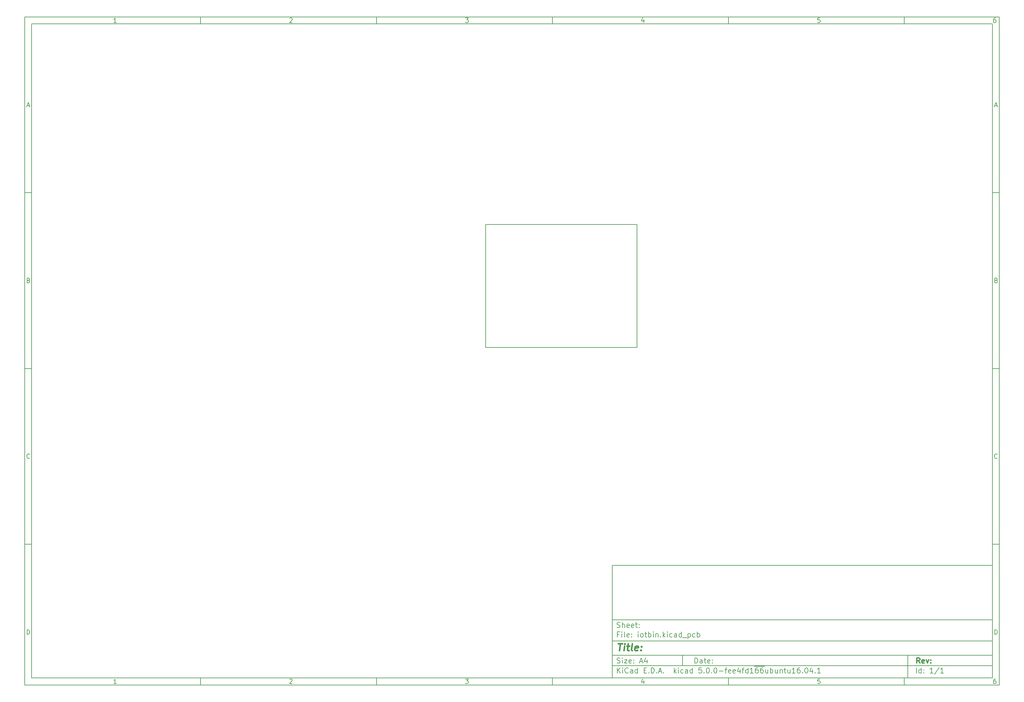
<source format=gbr>
G04 #@! TF.GenerationSoftware,KiCad,Pcbnew,5.0.0-fee4fd1~66~ubuntu16.04.1*
G04 #@! TF.CreationDate,2018-09-18T00:27:07+02:00*
G04 #@! TF.ProjectId,iotbin,696F7462696E2E6B696361645F706362,rev?*
G04 #@! TF.SameCoordinates,Original*
G04 #@! TF.FileFunction,Profile,NP*
%FSLAX46Y46*%
G04 Gerber Fmt 4.6, Leading zero omitted, Abs format (unit mm)*
G04 Created by KiCad (PCBNEW 5.0.0-fee4fd1~66~ubuntu16.04.1) date Tue Sep 18 00:27:07 2018*
%MOMM*%
%LPD*%
G01*
G04 APERTURE LIST*
%ADD10C,0.100000*%
%ADD11C,0.150000*%
%ADD12C,0.300000*%
%ADD13C,0.400000*%
G04 APERTURE END LIST*
D10*
D11*
X177002200Y-166007200D02*
X177002200Y-198007200D01*
X285002200Y-198007200D01*
X285002200Y-166007200D01*
X177002200Y-166007200D01*
D10*
D11*
X10000000Y-10000000D02*
X10000000Y-200007200D01*
X287002200Y-200007200D01*
X287002200Y-10000000D01*
X10000000Y-10000000D01*
D10*
D11*
X12000000Y-12000000D02*
X12000000Y-198007200D01*
X285002200Y-198007200D01*
X285002200Y-12000000D01*
X12000000Y-12000000D01*
D10*
D11*
X60000000Y-12000000D02*
X60000000Y-10000000D01*
D10*
D11*
X110000000Y-12000000D02*
X110000000Y-10000000D01*
D10*
D11*
X160000000Y-12000000D02*
X160000000Y-10000000D01*
D10*
D11*
X210000000Y-12000000D02*
X210000000Y-10000000D01*
D10*
D11*
X260000000Y-12000000D02*
X260000000Y-10000000D01*
D10*
D11*
X36065476Y-11588095D02*
X35322619Y-11588095D01*
X35694047Y-11588095D02*
X35694047Y-10288095D01*
X35570238Y-10473809D01*
X35446428Y-10597619D01*
X35322619Y-10659523D01*
D10*
D11*
X85322619Y-10411904D02*
X85384523Y-10350000D01*
X85508333Y-10288095D01*
X85817857Y-10288095D01*
X85941666Y-10350000D01*
X86003571Y-10411904D01*
X86065476Y-10535714D01*
X86065476Y-10659523D01*
X86003571Y-10845238D01*
X85260714Y-11588095D01*
X86065476Y-11588095D01*
D10*
D11*
X135260714Y-10288095D02*
X136065476Y-10288095D01*
X135632142Y-10783333D01*
X135817857Y-10783333D01*
X135941666Y-10845238D01*
X136003571Y-10907142D01*
X136065476Y-11030952D01*
X136065476Y-11340476D01*
X136003571Y-11464285D01*
X135941666Y-11526190D01*
X135817857Y-11588095D01*
X135446428Y-11588095D01*
X135322619Y-11526190D01*
X135260714Y-11464285D01*
D10*
D11*
X185941666Y-10721428D02*
X185941666Y-11588095D01*
X185632142Y-10226190D02*
X185322619Y-11154761D01*
X186127380Y-11154761D01*
D10*
D11*
X236003571Y-10288095D02*
X235384523Y-10288095D01*
X235322619Y-10907142D01*
X235384523Y-10845238D01*
X235508333Y-10783333D01*
X235817857Y-10783333D01*
X235941666Y-10845238D01*
X236003571Y-10907142D01*
X236065476Y-11030952D01*
X236065476Y-11340476D01*
X236003571Y-11464285D01*
X235941666Y-11526190D01*
X235817857Y-11588095D01*
X235508333Y-11588095D01*
X235384523Y-11526190D01*
X235322619Y-11464285D01*
D10*
D11*
X285941666Y-10288095D02*
X285694047Y-10288095D01*
X285570238Y-10350000D01*
X285508333Y-10411904D01*
X285384523Y-10597619D01*
X285322619Y-10845238D01*
X285322619Y-11340476D01*
X285384523Y-11464285D01*
X285446428Y-11526190D01*
X285570238Y-11588095D01*
X285817857Y-11588095D01*
X285941666Y-11526190D01*
X286003571Y-11464285D01*
X286065476Y-11340476D01*
X286065476Y-11030952D01*
X286003571Y-10907142D01*
X285941666Y-10845238D01*
X285817857Y-10783333D01*
X285570238Y-10783333D01*
X285446428Y-10845238D01*
X285384523Y-10907142D01*
X285322619Y-11030952D01*
D10*
D11*
X60000000Y-198007200D02*
X60000000Y-200007200D01*
D10*
D11*
X110000000Y-198007200D02*
X110000000Y-200007200D01*
D10*
D11*
X160000000Y-198007200D02*
X160000000Y-200007200D01*
D10*
D11*
X210000000Y-198007200D02*
X210000000Y-200007200D01*
D10*
D11*
X260000000Y-198007200D02*
X260000000Y-200007200D01*
D10*
D11*
X36065476Y-199595295D02*
X35322619Y-199595295D01*
X35694047Y-199595295D02*
X35694047Y-198295295D01*
X35570238Y-198481009D01*
X35446428Y-198604819D01*
X35322619Y-198666723D01*
D10*
D11*
X85322619Y-198419104D02*
X85384523Y-198357200D01*
X85508333Y-198295295D01*
X85817857Y-198295295D01*
X85941666Y-198357200D01*
X86003571Y-198419104D01*
X86065476Y-198542914D01*
X86065476Y-198666723D01*
X86003571Y-198852438D01*
X85260714Y-199595295D01*
X86065476Y-199595295D01*
D10*
D11*
X135260714Y-198295295D02*
X136065476Y-198295295D01*
X135632142Y-198790533D01*
X135817857Y-198790533D01*
X135941666Y-198852438D01*
X136003571Y-198914342D01*
X136065476Y-199038152D01*
X136065476Y-199347676D01*
X136003571Y-199471485D01*
X135941666Y-199533390D01*
X135817857Y-199595295D01*
X135446428Y-199595295D01*
X135322619Y-199533390D01*
X135260714Y-199471485D01*
D10*
D11*
X185941666Y-198728628D02*
X185941666Y-199595295D01*
X185632142Y-198233390D02*
X185322619Y-199161961D01*
X186127380Y-199161961D01*
D10*
D11*
X236003571Y-198295295D02*
X235384523Y-198295295D01*
X235322619Y-198914342D01*
X235384523Y-198852438D01*
X235508333Y-198790533D01*
X235817857Y-198790533D01*
X235941666Y-198852438D01*
X236003571Y-198914342D01*
X236065476Y-199038152D01*
X236065476Y-199347676D01*
X236003571Y-199471485D01*
X235941666Y-199533390D01*
X235817857Y-199595295D01*
X235508333Y-199595295D01*
X235384523Y-199533390D01*
X235322619Y-199471485D01*
D10*
D11*
X285941666Y-198295295D02*
X285694047Y-198295295D01*
X285570238Y-198357200D01*
X285508333Y-198419104D01*
X285384523Y-198604819D01*
X285322619Y-198852438D01*
X285322619Y-199347676D01*
X285384523Y-199471485D01*
X285446428Y-199533390D01*
X285570238Y-199595295D01*
X285817857Y-199595295D01*
X285941666Y-199533390D01*
X286003571Y-199471485D01*
X286065476Y-199347676D01*
X286065476Y-199038152D01*
X286003571Y-198914342D01*
X285941666Y-198852438D01*
X285817857Y-198790533D01*
X285570238Y-198790533D01*
X285446428Y-198852438D01*
X285384523Y-198914342D01*
X285322619Y-199038152D01*
D10*
D11*
X10000000Y-60000000D02*
X12000000Y-60000000D01*
D10*
D11*
X10000000Y-110000000D02*
X12000000Y-110000000D01*
D10*
D11*
X10000000Y-160000000D02*
X12000000Y-160000000D01*
D10*
D11*
X10690476Y-35216666D02*
X11309523Y-35216666D01*
X10566666Y-35588095D02*
X11000000Y-34288095D01*
X11433333Y-35588095D01*
D10*
D11*
X11092857Y-84907142D02*
X11278571Y-84969047D01*
X11340476Y-85030952D01*
X11402380Y-85154761D01*
X11402380Y-85340476D01*
X11340476Y-85464285D01*
X11278571Y-85526190D01*
X11154761Y-85588095D01*
X10659523Y-85588095D01*
X10659523Y-84288095D01*
X11092857Y-84288095D01*
X11216666Y-84350000D01*
X11278571Y-84411904D01*
X11340476Y-84535714D01*
X11340476Y-84659523D01*
X11278571Y-84783333D01*
X11216666Y-84845238D01*
X11092857Y-84907142D01*
X10659523Y-84907142D01*
D10*
D11*
X11402380Y-135464285D02*
X11340476Y-135526190D01*
X11154761Y-135588095D01*
X11030952Y-135588095D01*
X10845238Y-135526190D01*
X10721428Y-135402380D01*
X10659523Y-135278571D01*
X10597619Y-135030952D01*
X10597619Y-134845238D01*
X10659523Y-134597619D01*
X10721428Y-134473809D01*
X10845238Y-134350000D01*
X11030952Y-134288095D01*
X11154761Y-134288095D01*
X11340476Y-134350000D01*
X11402380Y-134411904D01*
D10*
D11*
X10659523Y-185588095D02*
X10659523Y-184288095D01*
X10969047Y-184288095D01*
X11154761Y-184350000D01*
X11278571Y-184473809D01*
X11340476Y-184597619D01*
X11402380Y-184845238D01*
X11402380Y-185030952D01*
X11340476Y-185278571D01*
X11278571Y-185402380D01*
X11154761Y-185526190D01*
X10969047Y-185588095D01*
X10659523Y-185588095D01*
D10*
D11*
X287002200Y-60000000D02*
X285002200Y-60000000D01*
D10*
D11*
X287002200Y-110000000D02*
X285002200Y-110000000D01*
D10*
D11*
X287002200Y-160000000D02*
X285002200Y-160000000D01*
D10*
D11*
X285692676Y-35216666D02*
X286311723Y-35216666D01*
X285568866Y-35588095D02*
X286002200Y-34288095D01*
X286435533Y-35588095D01*
D10*
D11*
X286095057Y-84907142D02*
X286280771Y-84969047D01*
X286342676Y-85030952D01*
X286404580Y-85154761D01*
X286404580Y-85340476D01*
X286342676Y-85464285D01*
X286280771Y-85526190D01*
X286156961Y-85588095D01*
X285661723Y-85588095D01*
X285661723Y-84288095D01*
X286095057Y-84288095D01*
X286218866Y-84350000D01*
X286280771Y-84411904D01*
X286342676Y-84535714D01*
X286342676Y-84659523D01*
X286280771Y-84783333D01*
X286218866Y-84845238D01*
X286095057Y-84907142D01*
X285661723Y-84907142D01*
D10*
D11*
X286404580Y-135464285D02*
X286342676Y-135526190D01*
X286156961Y-135588095D01*
X286033152Y-135588095D01*
X285847438Y-135526190D01*
X285723628Y-135402380D01*
X285661723Y-135278571D01*
X285599819Y-135030952D01*
X285599819Y-134845238D01*
X285661723Y-134597619D01*
X285723628Y-134473809D01*
X285847438Y-134350000D01*
X286033152Y-134288095D01*
X286156961Y-134288095D01*
X286342676Y-134350000D01*
X286404580Y-134411904D01*
D10*
D11*
X285661723Y-185588095D02*
X285661723Y-184288095D01*
X285971247Y-184288095D01*
X286156961Y-184350000D01*
X286280771Y-184473809D01*
X286342676Y-184597619D01*
X286404580Y-184845238D01*
X286404580Y-185030952D01*
X286342676Y-185278571D01*
X286280771Y-185402380D01*
X286156961Y-185526190D01*
X285971247Y-185588095D01*
X285661723Y-185588095D01*
D10*
D11*
X200434342Y-193785771D02*
X200434342Y-192285771D01*
X200791485Y-192285771D01*
X201005771Y-192357200D01*
X201148628Y-192500057D01*
X201220057Y-192642914D01*
X201291485Y-192928628D01*
X201291485Y-193142914D01*
X201220057Y-193428628D01*
X201148628Y-193571485D01*
X201005771Y-193714342D01*
X200791485Y-193785771D01*
X200434342Y-193785771D01*
X202577200Y-193785771D02*
X202577200Y-193000057D01*
X202505771Y-192857200D01*
X202362914Y-192785771D01*
X202077200Y-192785771D01*
X201934342Y-192857200D01*
X202577200Y-193714342D02*
X202434342Y-193785771D01*
X202077200Y-193785771D01*
X201934342Y-193714342D01*
X201862914Y-193571485D01*
X201862914Y-193428628D01*
X201934342Y-193285771D01*
X202077200Y-193214342D01*
X202434342Y-193214342D01*
X202577200Y-193142914D01*
X203077200Y-192785771D02*
X203648628Y-192785771D01*
X203291485Y-192285771D02*
X203291485Y-193571485D01*
X203362914Y-193714342D01*
X203505771Y-193785771D01*
X203648628Y-193785771D01*
X204720057Y-193714342D02*
X204577200Y-193785771D01*
X204291485Y-193785771D01*
X204148628Y-193714342D01*
X204077200Y-193571485D01*
X204077200Y-193000057D01*
X204148628Y-192857200D01*
X204291485Y-192785771D01*
X204577200Y-192785771D01*
X204720057Y-192857200D01*
X204791485Y-193000057D01*
X204791485Y-193142914D01*
X204077200Y-193285771D01*
X205434342Y-193642914D02*
X205505771Y-193714342D01*
X205434342Y-193785771D01*
X205362914Y-193714342D01*
X205434342Y-193642914D01*
X205434342Y-193785771D01*
X205434342Y-192857200D02*
X205505771Y-192928628D01*
X205434342Y-193000057D01*
X205362914Y-192928628D01*
X205434342Y-192857200D01*
X205434342Y-193000057D01*
D10*
D11*
X177002200Y-194507200D02*
X285002200Y-194507200D01*
D10*
D11*
X178434342Y-196585771D02*
X178434342Y-195085771D01*
X179291485Y-196585771D02*
X178648628Y-195728628D01*
X179291485Y-195085771D02*
X178434342Y-195942914D01*
X179934342Y-196585771D02*
X179934342Y-195585771D01*
X179934342Y-195085771D02*
X179862914Y-195157200D01*
X179934342Y-195228628D01*
X180005771Y-195157200D01*
X179934342Y-195085771D01*
X179934342Y-195228628D01*
X181505771Y-196442914D02*
X181434342Y-196514342D01*
X181220057Y-196585771D01*
X181077200Y-196585771D01*
X180862914Y-196514342D01*
X180720057Y-196371485D01*
X180648628Y-196228628D01*
X180577200Y-195942914D01*
X180577200Y-195728628D01*
X180648628Y-195442914D01*
X180720057Y-195300057D01*
X180862914Y-195157200D01*
X181077200Y-195085771D01*
X181220057Y-195085771D01*
X181434342Y-195157200D01*
X181505771Y-195228628D01*
X182791485Y-196585771D02*
X182791485Y-195800057D01*
X182720057Y-195657200D01*
X182577200Y-195585771D01*
X182291485Y-195585771D01*
X182148628Y-195657200D01*
X182791485Y-196514342D02*
X182648628Y-196585771D01*
X182291485Y-196585771D01*
X182148628Y-196514342D01*
X182077200Y-196371485D01*
X182077200Y-196228628D01*
X182148628Y-196085771D01*
X182291485Y-196014342D01*
X182648628Y-196014342D01*
X182791485Y-195942914D01*
X184148628Y-196585771D02*
X184148628Y-195085771D01*
X184148628Y-196514342D02*
X184005771Y-196585771D01*
X183720057Y-196585771D01*
X183577200Y-196514342D01*
X183505771Y-196442914D01*
X183434342Y-196300057D01*
X183434342Y-195871485D01*
X183505771Y-195728628D01*
X183577200Y-195657200D01*
X183720057Y-195585771D01*
X184005771Y-195585771D01*
X184148628Y-195657200D01*
X186005771Y-195800057D02*
X186505771Y-195800057D01*
X186720057Y-196585771D02*
X186005771Y-196585771D01*
X186005771Y-195085771D01*
X186720057Y-195085771D01*
X187362914Y-196442914D02*
X187434342Y-196514342D01*
X187362914Y-196585771D01*
X187291485Y-196514342D01*
X187362914Y-196442914D01*
X187362914Y-196585771D01*
X188077200Y-196585771D02*
X188077200Y-195085771D01*
X188434342Y-195085771D01*
X188648628Y-195157200D01*
X188791485Y-195300057D01*
X188862914Y-195442914D01*
X188934342Y-195728628D01*
X188934342Y-195942914D01*
X188862914Y-196228628D01*
X188791485Y-196371485D01*
X188648628Y-196514342D01*
X188434342Y-196585771D01*
X188077200Y-196585771D01*
X189577200Y-196442914D02*
X189648628Y-196514342D01*
X189577200Y-196585771D01*
X189505771Y-196514342D01*
X189577200Y-196442914D01*
X189577200Y-196585771D01*
X190220057Y-196157200D02*
X190934342Y-196157200D01*
X190077200Y-196585771D02*
X190577200Y-195085771D01*
X191077200Y-196585771D01*
X191577200Y-196442914D02*
X191648628Y-196514342D01*
X191577200Y-196585771D01*
X191505771Y-196514342D01*
X191577200Y-196442914D01*
X191577200Y-196585771D01*
X194577200Y-196585771D02*
X194577200Y-195085771D01*
X194720057Y-196014342D02*
X195148628Y-196585771D01*
X195148628Y-195585771D02*
X194577200Y-196157200D01*
X195791485Y-196585771D02*
X195791485Y-195585771D01*
X195791485Y-195085771D02*
X195720057Y-195157200D01*
X195791485Y-195228628D01*
X195862914Y-195157200D01*
X195791485Y-195085771D01*
X195791485Y-195228628D01*
X197148628Y-196514342D02*
X197005771Y-196585771D01*
X196720057Y-196585771D01*
X196577200Y-196514342D01*
X196505771Y-196442914D01*
X196434342Y-196300057D01*
X196434342Y-195871485D01*
X196505771Y-195728628D01*
X196577200Y-195657200D01*
X196720057Y-195585771D01*
X197005771Y-195585771D01*
X197148628Y-195657200D01*
X198434342Y-196585771D02*
X198434342Y-195800057D01*
X198362914Y-195657200D01*
X198220057Y-195585771D01*
X197934342Y-195585771D01*
X197791485Y-195657200D01*
X198434342Y-196514342D02*
X198291485Y-196585771D01*
X197934342Y-196585771D01*
X197791485Y-196514342D01*
X197720057Y-196371485D01*
X197720057Y-196228628D01*
X197791485Y-196085771D01*
X197934342Y-196014342D01*
X198291485Y-196014342D01*
X198434342Y-195942914D01*
X199791485Y-196585771D02*
X199791485Y-195085771D01*
X199791485Y-196514342D02*
X199648628Y-196585771D01*
X199362914Y-196585771D01*
X199220057Y-196514342D01*
X199148628Y-196442914D01*
X199077200Y-196300057D01*
X199077200Y-195871485D01*
X199148628Y-195728628D01*
X199220057Y-195657200D01*
X199362914Y-195585771D01*
X199648628Y-195585771D01*
X199791485Y-195657200D01*
X202362914Y-195085771D02*
X201648628Y-195085771D01*
X201577200Y-195800057D01*
X201648628Y-195728628D01*
X201791485Y-195657200D01*
X202148628Y-195657200D01*
X202291485Y-195728628D01*
X202362914Y-195800057D01*
X202434342Y-195942914D01*
X202434342Y-196300057D01*
X202362914Y-196442914D01*
X202291485Y-196514342D01*
X202148628Y-196585771D01*
X201791485Y-196585771D01*
X201648628Y-196514342D01*
X201577200Y-196442914D01*
X203077200Y-196442914D02*
X203148628Y-196514342D01*
X203077200Y-196585771D01*
X203005771Y-196514342D01*
X203077200Y-196442914D01*
X203077200Y-196585771D01*
X204077200Y-195085771D02*
X204220057Y-195085771D01*
X204362914Y-195157200D01*
X204434342Y-195228628D01*
X204505771Y-195371485D01*
X204577200Y-195657200D01*
X204577200Y-196014342D01*
X204505771Y-196300057D01*
X204434342Y-196442914D01*
X204362914Y-196514342D01*
X204220057Y-196585771D01*
X204077200Y-196585771D01*
X203934342Y-196514342D01*
X203862914Y-196442914D01*
X203791485Y-196300057D01*
X203720057Y-196014342D01*
X203720057Y-195657200D01*
X203791485Y-195371485D01*
X203862914Y-195228628D01*
X203934342Y-195157200D01*
X204077200Y-195085771D01*
X205220057Y-196442914D02*
X205291485Y-196514342D01*
X205220057Y-196585771D01*
X205148628Y-196514342D01*
X205220057Y-196442914D01*
X205220057Y-196585771D01*
X206220057Y-195085771D02*
X206362914Y-195085771D01*
X206505771Y-195157200D01*
X206577200Y-195228628D01*
X206648628Y-195371485D01*
X206720057Y-195657200D01*
X206720057Y-196014342D01*
X206648628Y-196300057D01*
X206577200Y-196442914D01*
X206505771Y-196514342D01*
X206362914Y-196585771D01*
X206220057Y-196585771D01*
X206077200Y-196514342D01*
X206005771Y-196442914D01*
X205934342Y-196300057D01*
X205862914Y-196014342D01*
X205862914Y-195657200D01*
X205934342Y-195371485D01*
X206005771Y-195228628D01*
X206077200Y-195157200D01*
X206220057Y-195085771D01*
X207362914Y-196014342D02*
X208505771Y-196014342D01*
X209005771Y-195585771D02*
X209577200Y-195585771D01*
X209220057Y-196585771D02*
X209220057Y-195300057D01*
X209291485Y-195157200D01*
X209434342Y-195085771D01*
X209577200Y-195085771D01*
X210648628Y-196514342D02*
X210505771Y-196585771D01*
X210220057Y-196585771D01*
X210077200Y-196514342D01*
X210005771Y-196371485D01*
X210005771Y-195800057D01*
X210077200Y-195657200D01*
X210220057Y-195585771D01*
X210505771Y-195585771D01*
X210648628Y-195657200D01*
X210720057Y-195800057D01*
X210720057Y-195942914D01*
X210005771Y-196085771D01*
X211934342Y-196514342D02*
X211791485Y-196585771D01*
X211505771Y-196585771D01*
X211362914Y-196514342D01*
X211291485Y-196371485D01*
X211291485Y-195800057D01*
X211362914Y-195657200D01*
X211505771Y-195585771D01*
X211791485Y-195585771D01*
X211934342Y-195657200D01*
X212005771Y-195800057D01*
X212005771Y-195942914D01*
X211291485Y-196085771D01*
X213291485Y-195585771D02*
X213291485Y-196585771D01*
X212934342Y-195014342D02*
X212577200Y-196085771D01*
X213505771Y-196085771D01*
X213862914Y-195585771D02*
X214434342Y-195585771D01*
X214077200Y-196585771D02*
X214077200Y-195300057D01*
X214148628Y-195157200D01*
X214291485Y-195085771D01*
X214434342Y-195085771D01*
X215577200Y-196585771D02*
X215577200Y-195085771D01*
X215577200Y-196514342D02*
X215434342Y-196585771D01*
X215148628Y-196585771D01*
X215005771Y-196514342D01*
X214934342Y-196442914D01*
X214862914Y-196300057D01*
X214862914Y-195871485D01*
X214934342Y-195728628D01*
X215005771Y-195657200D01*
X215148628Y-195585771D01*
X215434342Y-195585771D01*
X215577200Y-195657200D01*
X217077200Y-196585771D02*
X216220057Y-196585771D01*
X216648628Y-196585771D02*
X216648628Y-195085771D01*
X216505771Y-195300057D01*
X216362914Y-195442914D01*
X216220057Y-195514342D01*
X217362914Y-194677200D02*
X218791485Y-194677200D01*
X218362914Y-195085771D02*
X218077200Y-195085771D01*
X217934342Y-195157200D01*
X217862914Y-195228628D01*
X217720057Y-195442914D01*
X217648628Y-195728628D01*
X217648628Y-196300057D01*
X217720057Y-196442914D01*
X217791485Y-196514342D01*
X217934342Y-196585771D01*
X218220057Y-196585771D01*
X218362914Y-196514342D01*
X218434342Y-196442914D01*
X218505771Y-196300057D01*
X218505771Y-195942914D01*
X218434342Y-195800057D01*
X218362914Y-195728628D01*
X218220057Y-195657200D01*
X217934342Y-195657200D01*
X217791485Y-195728628D01*
X217720057Y-195800057D01*
X217648628Y-195942914D01*
X218791485Y-194677200D02*
X220220057Y-194677200D01*
X219791485Y-195085771D02*
X219505771Y-195085771D01*
X219362914Y-195157200D01*
X219291485Y-195228628D01*
X219148628Y-195442914D01*
X219077200Y-195728628D01*
X219077200Y-196300057D01*
X219148628Y-196442914D01*
X219220057Y-196514342D01*
X219362914Y-196585771D01*
X219648628Y-196585771D01*
X219791485Y-196514342D01*
X219862914Y-196442914D01*
X219934342Y-196300057D01*
X219934342Y-195942914D01*
X219862914Y-195800057D01*
X219791485Y-195728628D01*
X219648628Y-195657200D01*
X219362914Y-195657200D01*
X219220057Y-195728628D01*
X219148628Y-195800057D01*
X219077200Y-195942914D01*
X221220057Y-195585771D02*
X221220057Y-196585771D01*
X220577200Y-195585771D02*
X220577200Y-196371485D01*
X220648628Y-196514342D01*
X220791485Y-196585771D01*
X221005771Y-196585771D01*
X221148628Y-196514342D01*
X221220057Y-196442914D01*
X221934342Y-196585771D02*
X221934342Y-195085771D01*
X221934342Y-195657200D02*
X222077200Y-195585771D01*
X222362914Y-195585771D01*
X222505771Y-195657200D01*
X222577200Y-195728628D01*
X222648628Y-195871485D01*
X222648628Y-196300057D01*
X222577200Y-196442914D01*
X222505771Y-196514342D01*
X222362914Y-196585771D01*
X222077200Y-196585771D01*
X221934342Y-196514342D01*
X223934342Y-195585771D02*
X223934342Y-196585771D01*
X223291485Y-195585771D02*
X223291485Y-196371485D01*
X223362914Y-196514342D01*
X223505771Y-196585771D01*
X223720057Y-196585771D01*
X223862914Y-196514342D01*
X223934342Y-196442914D01*
X224648628Y-195585771D02*
X224648628Y-196585771D01*
X224648628Y-195728628D02*
X224720057Y-195657200D01*
X224862914Y-195585771D01*
X225077200Y-195585771D01*
X225220057Y-195657200D01*
X225291485Y-195800057D01*
X225291485Y-196585771D01*
X225791485Y-195585771D02*
X226362914Y-195585771D01*
X226005771Y-195085771D02*
X226005771Y-196371485D01*
X226077200Y-196514342D01*
X226220057Y-196585771D01*
X226362914Y-196585771D01*
X227505771Y-195585771D02*
X227505771Y-196585771D01*
X226862914Y-195585771D02*
X226862914Y-196371485D01*
X226934342Y-196514342D01*
X227077200Y-196585771D01*
X227291485Y-196585771D01*
X227434342Y-196514342D01*
X227505771Y-196442914D01*
X229005771Y-196585771D02*
X228148628Y-196585771D01*
X228577200Y-196585771D02*
X228577200Y-195085771D01*
X228434342Y-195300057D01*
X228291485Y-195442914D01*
X228148628Y-195514342D01*
X230291485Y-195085771D02*
X230005771Y-195085771D01*
X229862914Y-195157200D01*
X229791485Y-195228628D01*
X229648628Y-195442914D01*
X229577200Y-195728628D01*
X229577200Y-196300057D01*
X229648628Y-196442914D01*
X229720057Y-196514342D01*
X229862914Y-196585771D01*
X230148628Y-196585771D01*
X230291485Y-196514342D01*
X230362914Y-196442914D01*
X230434342Y-196300057D01*
X230434342Y-195942914D01*
X230362914Y-195800057D01*
X230291485Y-195728628D01*
X230148628Y-195657200D01*
X229862914Y-195657200D01*
X229720057Y-195728628D01*
X229648628Y-195800057D01*
X229577200Y-195942914D01*
X231077200Y-196442914D02*
X231148628Y-196514342D01*
X231077200Y-196585771D01*
X231005771Y-196514342D01*
X231077200Y-196442914D01*
X231077200Y-196585771D01*
X232077200Y-195085771D02*
X232220057Y-195085771D01*
X232362914Y-195157200D01*
X232434342Y-195228628D01*
X232505771Y-195371485D01*
X232577200Y-195657200D01*
X232577200Y-196014342D01*
X232505771Y-196300057D01*
X232434342Y-196442914D01*
X232362914Y-196514342D01*
X232220057Y-196585771D01*
X232077200Y-196585771D01*
X231934342Y-196514342D01*
X231862914Y-196442914D01*
X231791485Y-196300057D01*
X231720057Y-196014342D01*
X231720057Y-195657200D01*
X231791485Y-195371485D01*
X231862914Y-195228628D01*
X231934342Y-195157200D01*
X232077200Y-195085771D01*
X233862914Y-195585771D02*
X233862914Y-196585771D01*
X233505771Y-195014342D02*
X233148628Y-196085771D01*
X234077200Y-196085771D01*
X234648628Y-196442914D02*
X234720057Y-196514342D01*
X234648628Y-196585771D01*
X234577200Y-196514342D01*
X234648628Y-196442914D01*
X234648628Y-196585771D01*
X236148628Y-196585771D02*
X235291485Y-196585771D01*
X235720057Y-196585771D02*
X235720057Y-195085771D01*
X235577200Y-195300057D01*
X235434342Y-195442914D01*
X235291485Y-195514342D01*
D10*
D11*
X177002200Y-191507200D02*
X285002200Y-191507200D01*
D10*
D12*
X264411485Y-193785771D02*
X263911485Y-193071485D01*
X263554342Y-193785771D02*
X263554342Y-192285771D01*
X264125771Y-192285771D01*
X264268628Y-192357200D01*
X264340057Y-192428628D01*
X264411485Y-192571485D01*
X264411485Y-192785771D01*
X264340057Y-192928628D01*
X264268628Y-193000057D01*
X264125771Y-193071485D01*
X263554342Y-193071485D01*
X265625771Y-193714342D02*
X265482914Y-193785771D01*
X265197200Y-193785771D01*
X265054342Y-193714342D01*
X264982914Y-193571485D01*
X264982914Y-193000057D01*
X265054342Y-192857200D01*
X265197200Y-192785771D01*
X265482914Y-192785771D01*
X265625771Y-192857200D01*
X265697200Y-193000057D01*
X265697200Y-193142914D01*
X264982914Y-193285771D01*
X266197200Y-192785771D02*
X266554342Y-193785771D01*
X266911485Y-192785771D01*
X267482914Y-193642914D02*
X267554342Y-193714342D01*
X267482914Y-193785771D01*
X267411485Y-193714342D01*
X267482914Y-193642914D01*
X267482914Y-193785771D01*
X267482914Y-192857200D02*
X267554342Y-192928628D01*
X267482914Y-193000057D01*
X267411485Y-192928628D01*
X267482914Y-192857200D01*
X267482914Y-193000057D01*
D10*
D11*
X178362914Y-193714342D02*
X178577200Y-193785771D01*
X178934342Y-193785771D01*
X179077200Y-193714342D01*
X179148628Y-193642914D01*
X179220057Y-193500057D01*
X179220057Y-193357200D01*
X179148628Y-193214342D01*
X179077200Y-193142914D01*
X178934342Y-193071485D01*
X178648628Y-193000057D01*
X178505771Y-192928628D01*
X178434342Y-192857200D01*
X178362914Y-192714342D01*
X178362914Y-192571485D01*
X178434342Y-192428628D01*
X178505771Y-192357200D01*
X178648628Y-192285771D01*
X179005771Y-192285771D01*
X179220057Y-192357200D01*
X179862914Y-193785771D02*
X179862914Y-192785771D01*
X179862914Y-192285771D02*
X179791485Y-192357200D01*
X179862914Y-192428628D01*
X179934342Y-192357200D01*
X179862914Y-192285771D01*
X179862914Y-192428628D01*
X180434342Y-192785771D02*
X181220057Y-192785771D01*
X180434342Y-193785771D01*
X181220057Y-193785771D01*
X182362914Y-193714342D02*
X182220057Y-193785771D01*
X181934342Y-193785771D01*
X181791485Y-193714342D01*
X181720057Y-193571485D01*
X181720057Y-193000057D01*
X181791485Y-192857200D01*
X181934342Y-192785771D01*
X182220057Y-192785771D01*
X182362914Y-192857200D01*
X182434342Y-193000057D01*
X182434342Y-193142914D01*
X181720057Y-193285771D01*
X183077200Y-193642914D02*
X183148628Y-193714342D01*
X183077200Y-193785771D01*
X183005771Y-193714342D01*
X183077200Y-193642914D01*
X183077200Y-193785771D01*
X183077200Y-192857200D02*
X183148628Y-192928628D01*
X183077200Y-193000057D01*
X183005771Y-192928628D01*
X183077200Y-192857200D01*
X183077200Y-193000057D01*
X184862914Y-193357200D02*
X185577200Y-193357200D01*
X184720057Y-193785771D02*
X185220057Y-192285771D01*
X185720057Y-193785771D01*
X186862914Y-192785771D02*
X186862914Y-193785771D01*
X186505771Y-192214342D02*
X186148628Y-193285771D01*
X187077200Y-193285771D01*
D10*
D11*
X263434342Y-196585771D02*
X263434342Y-195085771D01*
X264791485Y-196585771D02*
X264791485Y-195085771D01*
X264791485Y-196514342D02*
X264648628Y-196585771D01*
X264362914Y-196585771D01*
X264220057Y-196514342D01*
X264148628Y-196442914D01*
X264077200Y-196300057D01*
X264077200Y-195871485D01*
X264148628Y-195728628D01*
X264220057Y-195657200D01*
X264362914Y-195585771D01*
X264648628Y-195585771D01*
X264791485Y-195657200D01*
X265505771Y-196442914D02*
X265577200Y-196514342D01*
X265505771Y-196585771D01*
X265434342Y-196514342D01*
X265505771Y-196442914D01*
X265505771Y-196585771D01*
X265505771Y-195657200D02*
X265577200Y-195728628D01*
X265505771Y-195800057D01*
X265434342Y-195728628D01*
X265505771Y-195657200D01*
X265505771Y-195800057D01*
X268148628Y-196585771D02*
X267291485Y-196585771D01*
X267720057Y-196585771D02*
X267720057Y-195085771D01*
X267577200Y-195300057D01*
X267434342Y-195442914D01*
X267291485Y-195514342D01*
X269862914Y-195014342D02*
X268577200Y-196942914D01*
X271148628Y-196585771D02*
X270291485Y-196585771D01*
X270720057Y-196585771D02*
X270720057Y-195085771D01*
X270577200Y-195300057D01*
X270434342Y-195442914D01*
X270291485Y-195514342D01*
D10*
D11*
X177002200Y-187507200D02*
X285002200Y-187507200D01*
D10*
D13*
X178714580Y-188211961D02*
X179857438Y-188211961D01*
X179036009Y-190211961D02*
X179286009Y-188211961D01*
X180274104Y-190211961D02*
X180440771Y-188878628D01*
X180524104Y-188211961D02*
X180416961Y-188307200D01*
X180500295Y-188402438D01*
X180607438Y-188307200D01*
X180524104Y-188211961D01*
X180500295Y-188402438D01*
X181107438Y-188878628D02*
X181869342Y-188878628D01*
X181476485Y-188211961D02*
X181262200Y-189926247D01*
X181333628Y-190116723D01*
X181512200Y-190211961D01*
X181702676Y-190211961D01*
X182655057Y-190211961D02*
X182476485Y-190116723D01*
X182405057Y-189926247D01*
X182619342Y-188211961D01*
X184190771Y-190116723D02*
X183988390Y-190211961D01*
X183607438Y-190211961D01*
X183428866Y-190116723D01*
X183357438Y-189926247D01*
X183452676Y-189164342D01*
X183571723Y-188973866D01*
X183774104Y-188878628D01*
X184155057Y-188878628D01*
X184333628Y-188973866D01*
X184405057Y-189164342D01*
X184381247Y-189354819D01*
X183405057Y-189545295D01*
X185155057Y-190021485D02*
X185238390Y-190116723D01*
X185131247Y-190211961D01*
X185047914Y-190116723D01*
X185155057Y-190021485D01*
X185131247Y-190211961D01*
X185286009Y-188973866D02*
X185369342Y-189069104D01*
X185262200Y-189164342D01*
X185178866Y-189069104D01*
X185286009Y-188973866D01*
X185262200Y-189164342D01*
D10*
D11*
X178934342Y-185600057D02*
X178434342Y-185600057D01*
X178434342Y-186385771D02*
X178434342Y-184885771D01*
X179148628Y-184885771D01*
X179720057Y-186385771D02*
X179720057Y-185385771D01*
X179720057Y-184885771D02*
X179648628Y-184957200D01*
X179720057Y-185028628D01*
X179791485Y-184957200D01*
X179720057Y-184885771D01*
X179720057Y-185028628D01*
X180648628Y-186385771D02*
X180505771Y-186314342D01*
X180434342Y-186171485D01*
X180434342Y-184885771D01*
X181791485Y-186314342D02*
X181648628Y-186385771D01*
X181362914Y-186385771D01*
X181220057Y-186314342D01*
X181148628Y-186171485D01*
X181148628Y-185600057D01*
X181220057Y-185457200D01*
X181362914Y-185385771D01*
X181648628Y-185385771D01*
X181791485Y-185457200D01*
X181862914Y-185600057D01*
X181862914Y-185742914D01*
X181148628Y-185885771D01*
X182505771Y-186242914D02*
X182577200Y-186314342D01*
X182505771Y-186385771D01*
X182434342Y-186314342D01*
X182505771Y-186242914D01*
X182505771Y-186385771D01*
X182505771Y-185457200D02*
X182577200Y-185528628D01*
X182505771Y-185600057D01*
X182434342Y-185528628D01*
X182505771Y-185457200D01*
X182505771Y-185600057D01*
X184362914Y-186385771D02*
X184362914Y-185385771D01*
X184362914Y-184885771D02*
X184291485Y-184957200D01*
X184362914Y-185028628D01*
X184434342Y-184957200D01*
X184362914Y-184885771D01*
X184362914Y-185028628D01*
X185291485Y-186385771D02*
X185148628Y-186314342D01*
X185077200Y-186242914D01*
X185005771Y-186100057D01*
X185005771Y-185671485D01*
X185077200Y-185528628D01*
X185148628Y-185457200D01*
X185291485Y-185385771D01*
X185505771Y-185385771D01*
X185648628Y-185457200D01*
X185720057Y-185528628D01*
X185791485Y-185671485D01*
X185791485Y-186100057D01*
X185720057Y-186242914D01*
X185648628Y-186314342D01*
X185505771Y-186385771D01*
X185291485Y-186385771D01*
X186220057Y-185385771D02*
X186791485Y-185385771D01*
X186434342Y-184885771D02*
X186434342Y-186171485D01*
X186505771Y-186314342D01*
X186648628Y-186385771D01*
X186791485Y-186385771D01*
X187291485Y-186385771D02*
X187291485Y-184885771D01*
X187291485Y-185457200D02*
X187434342Y-185385771D01*
X187720057Y-185385771D01*
X187862914Y-185457200D01*
X187934342Y-185528628D01*
X188005771Y-185671485D01*
X188005771Y-186100057D01*
X187934342Y-186242914D01*
X187862914Y-186314342D01*
X187720057Y-186385771D01*
X187434342Y-186385771D01*
X187291485Y-186314342D01*
X188648628Y-186385771D02*
X188648628Y-185385771D01*
X188648628Y-184885771D02*
X188577200Y-184957200D01*
X188648628Y-185028628D01*
X188720057Y-184957200D01*
X188648628Y-184885771D01*
X188648628Y-185028628D01*
X189362914Y-185385771D02*
X189362914Y-186385771D01*
X189362914Y-185528628D02*
X189434342Y-185457200D01*
X189577200Y-185385771D01*
X189791485Y-185385771D01*
X189934342Y-185457200D01*
X190005771Y-185600057D01*
X190005771Y-186385771D01*
X190720057Y-186242914D02*
X190791485Y-186314342D01*
X190720057Y-186385771D01*
X190648628Y-186314342D01*
X190720057Y-186242914D01*
X190720057Y-186385771D01*
X191434342Y-186385771D02*
X191434342Y-184885771D01*
X191577200Y-185814342D02*
X192005771Y-186385771D01*
X192005771Y-185385771D02*
X191434342Y-185957200D01*
X192648628Y-186385771D02*
X192648628Y-185385771D01*
X192648628Y-184885771D02*
X192577200Y-184957200D01*
X192648628Y-185028628D01*
X192720057Y-184957200D01*
X192648628Y-184885771D01*
X192648628Y-185028628D01*
X194005771Y-186314342D02*
X193862914Y-186385771D01*
X193577200Y-186385771D01*
X193434342Y-186314342D01*
X193362914Y-186242914D01*
X193291485Y-186100057D01*
X193291485Y-185671485D01*
X193362914Y-185528628D01*
X193434342Y-185457200D01*
X193577200Y-185385771D01*
X193862914Y-185385771D01*
X194005771Y-185457200D01*
X195291485Y-186385771D02*
X195291485Y-185600057D01*
X195220057Y-185457200D01*
X195077200Y-185385771D01*
X194791485Y-185385771D01*
X194648628Y-185457200D01*
X195291485Y-186314342D02*
X195148628Y-186385771D01*
X194791485Y-186385771D01*
X194648628Y-186314342D01*
X194577200Y-186171485D01*
X194577200Y-186028628D01*
X194648628Y-185885771D01*
X194791485Y-185814342D01*
X195148628Y-185814342D01*
X195291485Y-185742914D01*
X196648628Y-186385771D02*
X196648628Y-184885771D01*
X196648628Y-186314342D02*
X196505771Y-186385771D01*
X196220057Y-186385771D01*
X196077200Y-186314342D01*
X196005771Y-186242914D01*
X195934342Y-186100057D01*
X195934342Y-185671485D01*
X196005771Y-185528628D01*
X196077200Y-185457200D01*
X196220057Y-185385771D01*
X196505771Y-185385771D01*
X196648628Y-185457200D01*
X197005771Y-186528628D02*
X198148628Y-186528628D01*
X198505771Y-185385771D02*
X198505771Y-186885771D01*
X198505771Y-185457200D02*
X198648628Y-185385771D01*
X198934342Y-185385771D01*
X199077200Y-185457200D01*
X199148628Y-185528628D01*
X199220057Y-185671485D01*
X199220057Y-186100057D01*
X199148628Y-186242914D01*
X199077200Y-186314342D01*
X198934342Y-186385771D01*
X198648628Y-186385771D01*
X198505771Y-186314342D01*
X200505771Y-186314342D02*
X200362914Y-186385771D01*
X200077200Y-186385771D01*
X199934342Y-186314342D01*
X199862914Y-186242914D01*
X199791485Y-186100057D01*
X199791485Y-185671485D01*
X199862914Y-185528628D01*
X199934342Y-185457200D01*
X200077200Y-185385771D01*
X200362914Y-185385771D01*
X200505771Y-185457200D01*
X201148628Y-186385771D02*
X201148628Y-184885771D01*
X201148628Y-185457200D02*
X201291485Y-185385771D01*
X201577200Y-185385771D01*
X201720057Y-185457200D01*
X201791485Y-185528628D01*
X201862914Y-185671485D01*
X201862914Y-186100057D01*
X201791485Y-186242914D01*
X201720057Y-186314342D01*
X201577200Y-186385771D01*
X201291485Y-186385771D01*
X201148628Y-186314342D01*
D10*
D11*
X177002200Y-181507200D02*
X285002200Y-181507200D01*
D10*
D11*
X178362914Y-183614342D02*
X178577200Y-183685771D01*
X178934342Y-183685771D01*
X179077200Y-183614342D01*
X179148628Y-183542914D01*
X179220057Y-183400057D01*
X179220057Y-183257200D01*
X179148628Y-183114342D01*
X179077200Y-183042914D01*
X178934342Y-182971485D01*
X178648628Y-182900057D01*
X178505771Y-182828628D01*
X178434342Y-182757200D01*
X178362914Y-182614342D01*
X178362914Y-182471485D01*
X178434342Y-182328628D01*
X178505771Y-182257200D01*
X178648628Y-182185771D01*
X179005771Y-182185771D01*
X179220057Y-182257200D01*
X179862914Y-183685771D02*
X179862914Y-182185771D01*
X180505771Y-183685771D02*
X180505771Y-182900057D01*
X180434342Y-182757200D01*
X180291485Y-182685771D01*
X180077200Y-182685771D01*
X179934342Y-182757200D01*
X179862914Y-182828628D01*
X181791485Y-183614342D02*
X181648628Y-183685771D01*
X181362914Y-183685771D01*
X181220057Y-183614342D01*
X181148628Y-183471485D01*
X181148628Y-182900057D01*
X181220057Y-182757200D01*
X181362914Y-182685771D01*
X181648628Y-182685771D01*
X181791485Y-182757200D01*
X181862914Y-182900057D01*
X181862914Y-183042914D01*
X181148628Y-183185771D01*
X183077200Y-183614342D02*
X182934342Y-183685771D01*
X182648628Y-183685771D01*
X182505771Y-183614342D01*
X182434342Y-183471485D01*
X182434342Y-182900057D01*
X182505771Y-182757200D01*
X182648628Y-182685771D01*
X182934342Y-182685771D01*
X183077200Y-182757200D01*
X183148628Y-182900057D01*
X183148628Y-183042914D01*
X182434342Y-183185771D01*
X183577200Y-182685771D02*
X184148628Y-182685771D01*
X183791485Y-182185771D02*
X183791485Y-183471485D01*
X183862914Y-183614342D01*
X184005771Y-183685771D01*
X184148628Y-183685771D01*
X184648628Y-183542914D02*
X184720057Y-183614342D01*
X184648628Y-183685771D01*
X184577200Y-183614342D01*
X184648628Y-183542914D01*
X184648628Y-183685771D01*
X184648628Y-182757200D02*
X184720057Y-182828628D01*
X184648628Y-182900057D01*
X184577200Y-182828628D01*
X184648628Y-182757200D01*
X184648628Y-182900057D01*
D10*
D11*
X197002200Y-191507200D02*
X197002200Y-194507200D01*
D10*
D11*
X261002200Y-191507200D02*
X261002200Y-198007200D01*
X141000000Y-104000000D02*
X184000000Y-104000000D01*
X141000000Y-69000000D02*
X141000000Y-104000000D01*
X184000000Y-69000000D02*
X141000000Y-69000000D01*
X184000000Y-104000000D02*
X184000000Y-69000000D01*
M02*

</source>
